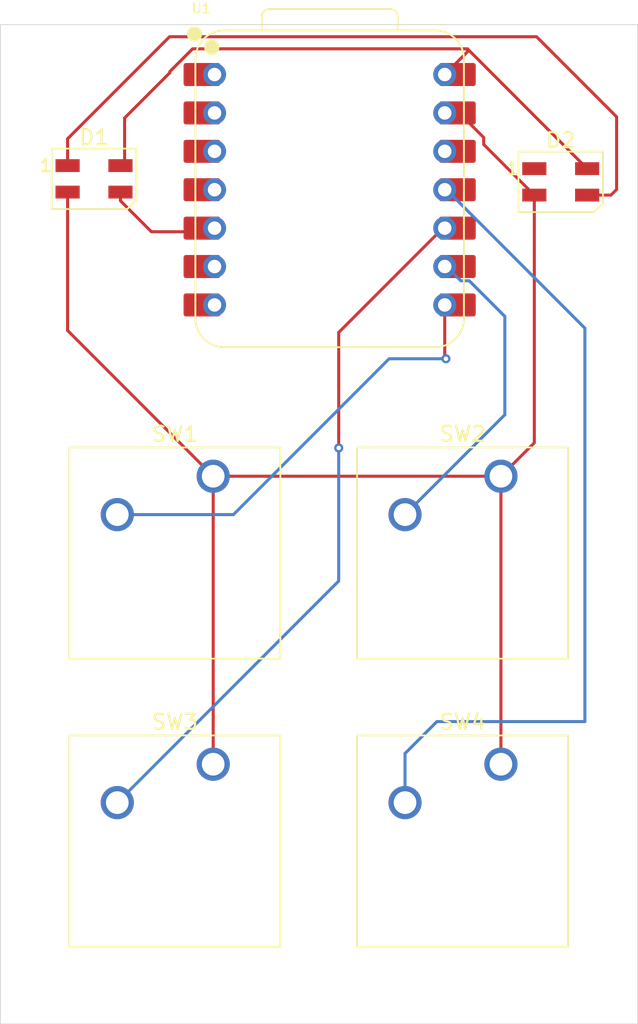
<source format=kicad_pcb>
(kicad_pcb (version 20241229) (generator "pcbnew") (generator_version "9.0")
  (layers (0 "F.Cu" signal) (2 "B.Cu" signal) (13 "F.Paste" user) (15 "B.Paste" user) (5 "F.SilkS" user "F.Silkscreen") (7 "B.SilkS" user "B.Silkscreen") (1 "F.Mask" user) (3 "B.Mask" user) (25 "Edge.Cuts" user))
  (net 0 "")
  (net 1 "GND")
  (net 2 "Net-(U1-GPIO1{slash}RX)")
  (net 3 "Net-(U1-GPIO2{slash}SCK)")
  (net 4 "Net-(U1-GPIO4{slash}MISO)")
  (net 5 "Net-(U1-GPIO3{slash}MOSI)")
  (net 6 "+5V")
  (net 14 "Net-(D1-DIN)")
  (net 15 "Net-(D1-DOUT)")
  (footprint "Button_Switch_Keyboard:SW_Cherry_MX_1.00u_PCB" (layer "F.Cu") (at 118.99 121.71)
    (property "Reference" "SW1" (at -2.54 -2.794 0) (layer "F.SilkS"))
    (property "Value" "SW_Push")
    (fp_line (start -9.525 -1.905) (end 4.445 -1.905) (stroke (width 0.12)) (layer "F.SilkS"))
    (fp_line (start -9.525 12.065) (end -9.525 -1.905) (stroke (width 0.12)) (layer "F.SilkS"))
    (fp_line (start 4.445 -1.905) (end 4.445 12.065) (stroke (width 0.12)) (layer "F.SilkS"))
    (fp_line (start 4.445 12.065) (end -9.525 12.065) (stroke (width 0.12)) (layer "F.SilkS"))
    (pad "" np_thru_hole circle (at -7.62 5.08) (size 1.7 1.7) (drill 1.7) (layers "*.Cu" "*.Mask"))
    (pad "" np_thru_hole circle (at -2.54 5.08) (size 4 4) (drill 4) (layers "*.Cu" "*.Mask"))
    (pad "" np_thru_hole circle (at 2.54 5.08) (size 1.7 1.7) (drill 1.7) (layers "*.Cu" "*.Mask"))
    (pad "1" thru_hole circle (at 0 0) (size 2.2 2.2) (drill 1.5) (layers "*.Cu" "*.Mask") (net 1 "GND"))
    (pad "2" thru_hole circle (at -6.35 2.54) (size 2.2 2.2) (drill 1.5) (layers "*.Cu" "*.Mask") (net 2 "Net-(U1-GPIO1{slash}RX)"))
  )
  (footprint "Seeed Studio XIAO Series Library:XIAO-RP2040-DIP" (layer "F.Cu") (at 126.7 102.76)
    (property "Reference" "U1" (at -8.5 -12 0) (layer "F.SilkS") (effects (font (size 0.635 0.635) (thickness 0.1016))))
    (property "Value" "XIAO-RP2040-DIP")
    (fp_line (start -8.89 8.509) (end -8.89 -8.636) (stroke (width 0.127)) (layer "F.SilkS"))
    (fp_line (start -6.985 10.414) (end 6.985 10.414) (stroke (width 0.127)) (layer "F.SilkS"))
    (fp_line (start -4.495 -10.541) (end -4.491272 -11.451272) (stroke (width 0.127)) (layer "F.SilkS"))
    (fp_line (start -3.991272 -11.951) (end 4.004 -11.951) (stroke (width 0.127)) (layer "F.SilkS"))
    (fp_line (start 4.504 -11.451) (end 4.504 -10.541) (stroke (width 0.127)) (layer "F.SilkS"))
    (fp_line (start 6.985 -10.541) (end -6.985 -10.541) (stroke (width 0.1)) (layer "F.SilkS"))
    (fp_line (start 6.985 -10.541) (end -6.985 -10.541) (stroke (width 0.127)) (layer "F.SilkS"))
    (fp_line (start 8.89 8.509) (end 8.89 -8.636) (stroke (width 0.127)) (layer "F.SilkS"))
    (fp_arc (start -8.89 -8.636) (mid -8.332038 -9.983038) (end -6.985 -10.541) (stroke (width 0.127)) (layer "F.SilkS"))
    (fp_arc (start -6.985 10.414) (mid -8.332038 9.856038) (end -8.89 8.509) (stroke (width 0.127)) (layer "F.SilkS"))
    (fp_arc (start -4.491272 -11.451272) (mid -4.344728 -11.80464) (end -3.991272 -11.951) (stroke (width 0.127)) (layer "F.SilkS"))
    (fp_arc (start 4.004 -11.951) (mid 4.357553 -11.804553) (end 4.504 -11.451) (stroke (width 0.127)) (layer "F.SilkS"))
    (fp_arc (start 6.985 -10.541) (mid 8.332038 -9.983038) (end 8.89 -8.636) (stroke (width 0.127)) (layer "F.SilkS"))
    (fp_arc (start 8.89 8.509) (mid 8.332038 9.856038) (end 6.985 10.414) (stroke (width 0.127)) (layer "F.SilkS"))
    (fp_circle (center -8.95 -10.3) (end -8.95 -10.554) (stroke (width 0.5)) (fill yes) (layer "F.SilkS"))
    (fp_circle (center -7.807 -9.42) (end -7.807 -9.674) (stroke (width 0.5)) (fill yes) (layer "F.SilkS"))
    (pad "1" smd roundrect (at -8.455 -7.62 180) (size 2.432 1.524) (layers "F.Cu" "F.Mask") (roundrect_rratio 0.1))
    (pad "1" thru_hole circle (at -7.62 -7.62 180) (size 1.524 1.524) (drill 0.889) (layers "*.Cu" "*.Mask"))
    (pad "2" smd roundrect (at -8.455 -5.08 180) (size 2.432 1.524) (layers "F.Cu" "F.Mask") (roundrect_rratio 0.1))
    (pad "2" thru_hole circle (at -7.62 -5.08 180) (size 1.524 1.524) (drill 0.889) (layers "*.Cu" "*.Mask"))
    (pad "3" smd roundrect (at -8.455 -2.54 180) (size 2.432 1.524) (layers "F.Cu" "F.Mask") (roundrect_rratio 0.1))
    (pad "3" thru_hole circle (at -7.62 -2.54 180) (size 1.524 1.524) (drill 0.889) (layers "*.Cu" "*.Mask"))
    (pad "4" smd roundrect (at -8.455 0 180) (size 2.432 1.524) (layers "F.Cu" "F.Mask") (roundrect_rratio 0.1))
    (pad "4" thru_hole circle (at -7.62 0 180) (size 1.524 1.524) (drill 0.889) (layers "*.Cu" "*.Mask"))
    (pad "5" smd roundrect (at -8.455 2.54 180) (size 2.432 1.524) (layers "F.Cu" "F.Mask") (roundrect_rratio 0.1) (net 14 "Net-(D1-DIN)"))
    (pad "5" thru_hole circle (at -7.62 2.54 180) (size 1.524 1.524) (drill 0.889) (layers "*.Cu" "*.Mask") (net 14 "Net-(D1-DIN)"))
    (pad "6" smd roundrect (at -8.455 5.08 180) (size 2.432 1.524) (layers "F.Cu" "F.Mask") (roundrect_rratio 0.1))
    (pad "6" thru_hole circle (at -7.62 5.08 180) (size 1.524 1.524) (drill 0.889) (layers "*.Cu" "*.Mask"))
    (pad "7" smd roundrect (at -8.455 7.62 180) (size 2.432 1.524) (layers "F.Cu" "F.Mask") (roundrect_rratio 0.1))
    (pad "7" thru_hole circle (at -7.62 7.62 180) (size 1.524 1.524) (drill 0.889) (layers "*.Cu" "*.Mask"))
    (pad "8" thru_hole circle (at 7.62 7.62) (size 1.524 1.524) (drill 0.889) (layers "*.Cu" "*.Mask") (net 2 "Net-(U1-GPIO1{slash}RX)"))
    (pad "8" smd roundrect (at 8.455 7.62) (size 2.432 1.524) (layers "F.Cu" "F.Mask") (roundrect_rratio 0.1) (net 2 "Net-(U1-GPIO1{slash}RX)"))
    (pad "9" thru_hole circle (at 7.62 5.08) (size 1.524 1.524) (drill 0.889) (layers "*.Cu" "*.Mask") (net 3 "Net-(U1-GPIO2{slash}SCK)"))
    (pad "9" smd roundrect (at 8.455 5.08) (size 2.432 1.524) (layers "F.Cu" "F.Mask") (roundrect_rratio 0.1) (net 3 "Net-(U1-GPIO2{slash}SCK)"))
    (pad "10" thru_hole circle (at 7.62 2.54) (size 1.524 1.524) (drill 0.889) (layers "*.Cu" "*.Mask") (net 4 "Net-(U1-GPIO4{slash}MISO)"))
    (pad "10" smd roundrect (at 8.455 2.54) (size 2.432 1.524) (layers "F.Cu" "F.Mask") (roundrect_rratio 0.1) (net 4 "Net-(U1-GPIO4{slash}MISO)"))
    (pad "11" thru_hole circle (at 7.62 0) (size 1.524 1.524) (drill 0.889) (layers "*.Cu" "*.Mask") (net 5 "Net-(U1-GPIO3{slash}MOSI)"))
    (pad "11" smd roundrect (at 8.455 0) (size 2.432 1.524) (layers "F.Cu" "F.Mask") (roundrect_rratio 0.1) (net 5 "Net-(U1-GPIO3{slash}MOSI)"))
    (pad "12" thru_hole circle (at 7.62 -2.54) (size 1.524 1.524) (drill 0.889) (layers "*.Cu" "*.Mask"))
    (pad "12" smd roundrect (at 8.455 -2.54) (size 2.432 1.524) (layers "F.Cu" "F.Mask") (roundrect_rratio 0.1))
    (pad "13" thru_hole circle (at 7.62 -5.08) (size 1.524 1.524) (drill 0.889) (layers "*.Cu" "*.Mask") (net 1 "GND"))
    (pad "13" smd roundrect (at 8.455 -5.08) (size 2.432 1.524) (layers "F.Cu" "F.Mask") (roundrect_rratio 0.1) (net 1 "GND"))
    (pad "14" thru_hole circle (at 7.62 -7.62) (size 1.524 1.524) (drill 0.889) (layers "*.Cu" "*.Mask") (net 6 "+5V"))
    (pad "14" smd roundrect (at 8.455 -7.62) (size 2.432 1.524) (layers "F.Cu" "F.Mask") (roundrect_rratio 0.1) (net 6 "+5V"))
  )
  (footprint "LED_SMD:LED_SK6812MINI_PLCC4_3.5x3.5mm_P1.75mm" (layer "F.Cu") (at 111.1 102.04)
    (property "Reference" "D1" (at 0 -2.75 0) (layer "F.SilkS"))
    (property "Value" "SK6812MINI")
    (fp_line (start -2.8 -2) (end -2.8 2) (stroke (width 0.12)) (layer "F.SilkS"))
    (fp_line (start -2.8 -2) (end 2.8 -2) (stroke (width 0.12)) (layer "F.SilkS"))
    (fp_line (start -2.8 2) (end 2.2 2) (stroke (width 0.12)) (layer "F.SilkS"))
    (fp_line (start 2.8 1.4) (end 2.2 2) (stroke (width 0.12)) (layer "F.SilkS"))
    (fp_line (start 2.8 1.4) (end 2.8 -2) (stroke (width 0.12)) (layer "F.SilkS"))
    (fp_text user "1" (at -3.2 -0.875 0) (layer "F.SilkS") (effects (font (size 0.8 0.8))))
    (pad "1" smd rect (at -1.75 -0.875) (size 1.6 0.85) (layers "F.Cu" "F.Mask" "F.Paste") (net 15 "Net-(D1-DOUT)"))
    (pad "2" smd rect (at -1.75 0.875) (size 1.6 0.85) (layers "F.Cu" "F.Mask" "F.Paste") (net 1 "GND"))
    (pad "3" smd rect (at 1.75 0.875) (size 1.6 0.85) (layers "F.Cu" "F.Mask" "F.Paste") (net 14 "Net-(D1-DIN)"))
    (pad "4" smd rect (at 1.75 -0.875) (size 1.6 0.85) (layers "F.Cu" "F.Mask" "F.Paste") (net 6 "+5V"))
  )
  (footprint "Button_Switch_Keyboard:SW_Cherry_MX_1.00u_PCB" (layer "F.Cu") (at 138.04 140.76)
    (property "Reference" "SW4" (at -2.54 -2.794 0) (layer "F.SilkS"))
    (property "Value" "SW_Push")
    (fp_line (start -9.525 -1.905) (end 4.445 -1.905) (stroke (width 0.12)) (layer "F.SilkS"))
    (fp_line (start -9.525 12.065) (end -9.525 -1.905) (stroke (width 0.12)) (layer "F.SilkS"))
    (fp_line (start 4.445 -1.905) (end 4.445 12.065) (stroke (width 0.12)) (layer "F.SilkS"))
    (fp_line (start 4.445 12.065) (end -9.525 12.065) (stroke (width 0.12)) (layer "F.SilkS"))
    (pad "" np_thru_hole circle (at -7.62 5.08) (size 1.7 1.7) (drill 1.7) (layers "*.Cu" "*.Mask"))
    (pad "" np_thru_hole circle (at -2.54 5.08) (size 4 4) (drill 4) (layers "*.Cu" "*.Mask"))
    (pad "" np_thru_hole circle (at 2.54 5.08) (size 1.7 1.7) (drill 1.7) (layers "*.Cu" "*.Mask"))
    (pad "1" thru_hole circle (at 0 0) (size 2.2 2.2) (drill 1.5) (layers "*.Cu" "*.Mask") (net 1 "GND"))
    (pad "2" thru_hole circle (at -6.35 2.54) (size 2.2 2.2) (drill 1.5) (layers "*.Cu" "*.Mask") (net 5 "Net-(U1-GPIO3{slash}MOSI)"))
  )
  (footprint "LED_SMD:LED_SK6812MINI_PLCC4_3.5x3.5mm_P1.75mm" (layer "F.Cu") (at 142 102.24)
    (property "Reference" "D2" (at 0 -2.75 0) (layer "F.SilkS"))
    (property "Value" "SK6812MINI")
    (fp_line (start -2.8 -2) (end -2.8 2) (stroke (width 0.12)) (layer "F.SilkS"))
    (fp_line (start -2.8 -2) (end 2.8 -2) (stroke (width 0.12)) (layer "F.SilkS"))
    (fp_line (start -2.8 2) (end 2.2 2) (stroke (width 0.12)) (layer "F.SilkS"))
    (fp_line (start 2.8 1.4) (end 2.2 2) (stroke (width 0.12)) (layer "F.SilkS"))
    (fp_line (start 2.8 1.4) (end 2.8 -2) (stroke (width 0.12)) (layer "F.SilkS"))
    (fp_text user "1" (at -3.2 -0.875 0) (layer "F.SilkS") (effects (font (size 0.8 0.8))))
    (pad "1" smd rect (at -1.75 -0.875) (size 1.6 0.85) (layers "F.Cu" "F.Mask" "F.Paste"))
    (pad "2" smd rect (at -1.75 0.875) (size 1.6 0.85) (layers "F.Cu" "F.Mask" "F.Paste") (net 1 "GND"))
    (pad "3" smd rect (at 1.75 0.875) (size 1.6 0.85) (layers "F.Cu" "F.Mask" "F.Paste") (net 15 "Net-(D1-DOUT)"))
    (pad "4" smd rect (at 1.75 -0.875) (size 1.6 0.85) (layers "F.Cu" "F.Mask" "F.Paste") (net 6 "+5V"))
  )
  (footprint "Button_Switch_Keyboard:SW_Cherry_MX_1.00u_PCB" (layer "F.Cu") (at 138.04 121.71)
    (property "Reference" "SW2" (at -2.54 -2.794 0) (layer "F.SilkS"))
    (property "Value" "SW_Push")
    (fp_line (start -9.525 -1.905) (end 4.445 -1.905) (stroke (width 0.12)) (layer "F.SilkS"))
    (fp_line (start -9.525 12.065) (end -9.525 -1.905) (stroke (width 0.12)) (layer "F.SilkS"))
    (fp_line (start 4.445 -1.905) (end 4.445 12.065) (stroke (width 0.12)) (layer "F.SilkS"))
    (fp_line (start 4.445 12.065) (end -9.525 12.065) (stroke (width 0.12)) (layer "F.SilkS"))
    (pad "" np_thru_hole circle (at -7.62 5.08) (size 1.7 1.7) (drill 1.7) (layers "*.Cu" "*.Mask"))
    (pad "" np_thru_hole circle (at -2.54 5.08) (size 4 4) (drill 4) (layers "*.Cu" "*.Mask"))
    (pad "" np_thru_hole circle (at 2.54 5.08) (size 1.7 1.7) (drill 1.7) (layers "*.Cu" "*.Mask"))
    (pad "1" thru_hole circle (at 0 0) (size 2.2 2.2) (drill 1.5) (layers "*.Cu" "*.Mask") (net 1 "GND"))
    (pad "2" thru_hole circle (at -6.35 2.54) (size 2.2 2.2) (drill 1.5) (layers "*.Cu" "*.Mask") (net 3 "Net-(U1-GPIO2{slash}SCK)"))
  )
  (footprint "Button_Switch_Keyboard:SW_Cherry_MX_1.00u_PCB" (layer "F.Cu") (at 118.99 140.76)
    (property "Reference" "SW3" (at -2.54 -2.794 0) (layer "F.SilkS"))
    (property "Value" "SW_Push")
    (fp_line (start -9.525 -1.905) (end 4.445 -1.905) (stroke (width 0.12)) (layer "F.SilkS"))
    (fp_line (start -9.525 12.065) (end -9.525 -1.905) (stroke (width 0.12)) (layer "F.SilkS"))
    (fp_line (start 4.445 -1.905) (end 4.445 12.065) (stroke (width 0.12)) (layer "F.SilkS"))
    (fp_line (start 4.445 12.065) (end -9.525 12.065) (stroke (width 0.12)) (layer "F.SilkS"))
    (pad "" np_thru_hole circle (at -7.62 5.08) (size 1.7 1.7) (drill 1.7) (layers "*.Cu" "*.Mask"))
    (pad "" np_thru_hole circle (at -2.54 5.08) (size 4 4) (drill 4) (layers "*.Cu" "*.Mask"))
    (pad "" np_thru_hole circle (at 2.54 5.08) (size 1.7 1.7) (drill 1.7) (layers "*.Cu" "*.Mask"))
    (pad "1" thru_hole circle (at 0 0) (size 2.2 2.2) (drill 1.5) (layers "*.Cu" "*.Mask") (net 1 "GND"))
    (pad "2" thru_hole circle (at -6.35 2.54) (size 2.2 2.2) (drill 1.5) (layers "*.Cu" "*.Mask") (net 4 "Net-(U1-GPIO4{slash}MISO)"))
  )
  (gr_rect (start 104.9 91.84) (end 147.1 157.94) (stroke (width 0.05)) (fill no) (layer "Edge.Cuts"))
  (segment (start 136.9 99.305) (end 135.155 97.56) (width 0.2) (layer "F.Cu") (net 1))
  (segment (start 138.04 121.71) (end 118.99 121.71) (width 0.2) (layer "F.Cu") (net 1))
  (segment (start 136.9 99.765) (end 136.9 99.305) (width 0.2) (layer "F.Cu") (net 1))
  (segment (start 140.25 103.115) (end 136.9 99.765) (width 0.2) (layer "F.Cu") (net 1))
  (segment (start 140.25 119.5) (end 138.04 121.71) (width 0.2) (layer "F.Cu") (net 1))
  (segment (start 109.35 112.07) (end 109.35 102.915) (width 0.2) (layer "F.Cu") (net 1))
  (segment (start 138.04 121.71) (end 138.04 140.76) (width 0.2) (layer "F.Cu") (net 1))
  (segment (start 118.99 121.71) (end 118.99 140.76) (width 0.2) (layer "F.Cu") (net 1))
  (segment (start 140.25 103.115) (end 140.25 119.5) (width 0.2) (layer "F.Cu") (net 1))
  (segment (start 118.99 121.71) (end 109.35 112.07) (width 0.2) (layer "F.Cu") (net 1))
  (segment (start 134.32 113.96) (end 134.4 114.04) (width 0.2) (layer "F.Cu") (net 2))
  (segment (start 134.32 110.38) (end 134.32 113.96) (width 0.2) (layer "F.Cu") (net 2))
  (via (at 134.4 113.94) (size 0.6) (drill 0.3) (layers "F.Cu" "B.Cu") (net 2))
  (segment (start 130.64 113.94) (end 134.4 113.94) (width 0.2) (layer "B.Cu") (net 2))
  (segment (start 120.33 124.25) (end 130.64 113.94) (width 0.2) (layer "B.Cu") (net 2))
  (segment (start 112.64 124.25) (end 120.33 124.25) (width 0.2) (layer "B.Cu") (net 2))
  (segment (start 135.383 108.783) (end 135.943 108.783) (width 0.2) (layer "B.Cu") (net 3))
  (segment (start 138.3 111.14) (end 138.3 117.64) (width 0.2) (layer "B.Cu") (net 3))
  (segment (start 135.943 108.783) (end 138.3 111.14) (width 0.2) (layer "B.Cu") (net 3))
  (segment (start 138.3 117.64) (end 131.69 124.25) (width 0.2) (layer "B.Cu") (net 3))
  (segment (start 134.32 107.72) (end 135.383 108.783) (width 0.2) (layer "B.Cu") (net 3))
  (segment (start 127.3 112.2) (end 134.32 105.18) (width 0.2) (layer "F.Cu") (net 4))
  (segment (start 127.3 119.84) (end 127.3 112.2) (width 0.2) (layer "F.Cu") (net 4))
  (via (at 127.3 119.84) (size 0.6) (drill 0.3) (layers "F.Cu" "B.Cu") (net 4))
  (segment (start 127.3 119.84) (end 127.3 119.74) (width 0.2) (layer "B.Cu") (net 4))
  (segment (start 112.64 143.3) (end 127.3 128.64) (width 0.2) (layer "B.Cu") (net 4))
  (segment (start 127.3 128.64) (end 127.3 119.84) (width 0.2) (layer "B.Cu") (net 4))
  (segment (start 143.6 111.92) (end 143.6 137.94) (width 0.2) (layer "B.Cu") (net 5))
  (segment (start 131.69 140.05) (end 131.69 143.3) (width 0.2) (layer "B.Cu") (net 5))
  (segment (start 143.6 137.94) (end 133.8 137.94) (width 0.2) (layer "B.Cu") (net 5))
  (segment (start 134.32 102.64) (end 143.6 111.92) (width 0.2) (layer "B.Cu") (net 5))
  (segment (start 133.8 137.94) (end 131.69 140.05) (width 0.2) (layer "B.Cu") (net 5))
  (segment (start 134.32 95.14) (end 135.825 93.635) (width 0.2) (layer "F.Cu") (net 6))
  (segment (start 116.12 95.02) (end 116.12 94.946374) (width 0.2) (layer "F.Cu") (net 6))
  (segment (start 113.125 98.015) (end 116.12 95.02) (width 0.2) (layer "F.Cu") (net 6))
  (segment (start 135.825 93.635) (end 135.825 93.44) (width 0.2) (layer "F.Cu") (net 6))
  (segment (start 113.125 101.44) (end 113.125 98.015) (width 0.2) (layer "F.Cu") (net 6))
  (segment (start 117.626374 93.44) (end 135.825 93.44) (width 0.2) (layer "F.Cu") (net 6))
  (segment (start 112.85 101.165) (end 113.125 101.44) (width 0.2) (layer "F.Cu") (net 6))
  (segment (start 116.12 94.946374) (end 117.626374 93.44) (width 0.2) (layer "F.Cu") (net 6))
  (segment (start 135.825 93.44) (end 143.75 101.365) (width 0.2) (layer "F.Cu") (net 6))
  (segment (start 112.85 102.915) (end 112.85 103.49) (width 0.2) (layer "F.Cu") (net 14))
  (segment (start 112.85 103.49) (end 114.9 105.54) (width 0.2) (layer "F.Cu") (net 14))
  (segment (start 114.9 105.54) (end 117.885 105.54) (width 0.2) (layer "F.Cu") (net 14))
  (segment (start 117.885 105.54) (end 118.245 105.18) (width 0.2) (layer "F.Cu") (net 14))
  (segment (start 116.099 92.641) (end 140.401 92.641) (width 0.2) (layer "F.Cu") (net 15))
  (segment (start 145.325 103.115) (end 143.75 103.115) (width 0.2) (layer "F.Cu") (net 15))
  (segment (start 140.401 92.641) (end 145.7 97.94) (width 0.2) (layer "F.Cu") (net 15))
  (segment (start 145.7 97.94) (end 145.7 102.74) (width 0.2) (layer "F.Cu") (net 15))
  (segment (start 109.35 99.39) (end 116.099 92.641) (width 0.2) (layer "F.Cu") (net 15))
  (segment (start 109.35 101.165) (end 109.35 99.39) (width 0.2) (layer "F.Cu") (net 15))
  (segment (start 145.7 102.74) (end 145.325 103.115) (width 0.2) (layer "F.Cu") (net 15))
)
</source>
